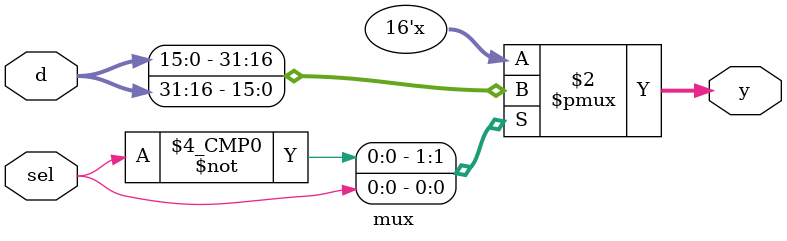
<source format=v>
module top_module(
    input [31:0] a,
    input [31:0] b,
    output [31:0] sum
);
    wire [1:0] d;
    wire sel;
    wire [31:0] sum1;
    add16 int1(a[15:0],b[15:0],0,sum[15:0],sel);
    add16 int2(a[31:16],b[31:16],0,sum1[15:0],d[0]);
    add16 int3(a[31:16],b[31:16],1,sum1[31:16],d[1]);
    mux int4(sum1,sel,sum[31:16]);
    
endmodule
module mux(d, sel, y);
    input [31:0] d;
    input sel;
    output reg [15:0] y;
    always @(*) begin
    case (sel)
        1'b0: y = d[15:0];
        1'b1: y = d[31:16];
        default: y = 16'b0; // Handle the default case
    endcase
    end
endmodule
</source>
